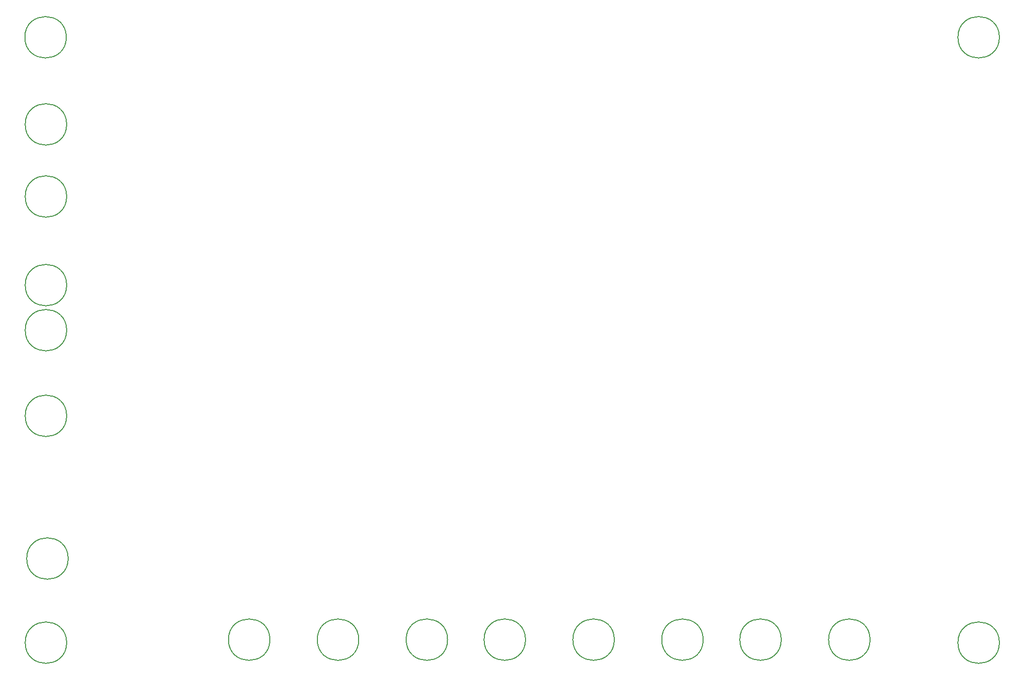
<source format=gbr>
%TF.GenerationSoftware,KiCad,Pcbnew,7.0.9*%
%TF.CreationDate,2024-04-09T00:12:48-04:00*%
%TF.ProjectId,RDL_revE4,52444c5f-7265-4764-9534-2e6b69636164,Rev E4*%
%TF.SameCoordinates,Original*%
%TF.FileFunction,Other,Comment*%
%FSLAX46Y46*%
G04 Gerber Fmt 4.6, Leading zero omitted, Abs format (unit mm)*
G04 Created by KiCad (PCBNEW 7.0.9) date 2024-04-09 00:12:48*
%MOMM*%
%LPD*%
G01*
G04 APERTURE LIST*
%ADD10C,0.150000*%
G04 APERTURE END LIST*
D10*
%TO.C,H7*%
X76652000Y-150876000D02*
G75*
G03*
X76652000Y-150876000I-3500000J0D01*
G01*
%TO.C,REF3*%
X234132000Y-150876000D02*
G75*
G03*
X234132000Y-150876000I-3500000J0D01*
G01*
%TO.C,REF14*%
X76652000Y-112522000D02*
G75*
G03*
X76652000Y-112522000I-3500000J0D01*
G01*
%TO.C,REF16*%
X76652000Y-90424000D02*
G75*
G03*
X76652000Y-90424000I-3500000J0D01*
G01*
%TO.C,REF17*%
X76652000Y-75438000D02*
G75*
G03*
X76652000Y-75438000I-3500000J0D01*
G01*
%TO.C,REF18*%
X76652000Y-63246000D02*
G75*
G03*
X76652000Y-63246000I-3500000J0D01*
G01*
%TO.C,REF15*%
X76652000Y-98044000D02*
G75*
G03*
X76652000Y-98044000I-3500000J0D01*
G01*
%TO.C,REF6*%
X184122000Y-150368000D02*
G75*
G03*
X184122000Y-150368000I-3500000J0D01*
G01*
%TO.C,REF5*%
X197302000Y-150368000D02*
G75*
G03*
X197302000Y-150368000I-3500000J0D01*
G01*
%TO.C,REF7*%
X169122000Y-150368000D02*
G75*
G03*
X169122000Y-150368000I-3500000J0D01*
G01*
%TO.C,REF8*%
X154122000Y-150368000D02*
G75*
G03*
X154122000Y-150368000I-3500000J0D01*
G01*
%TO.C,REF11*%
X110970000Y-150368000D02*
G75*
G03*
X110970000Y-150368000I-3500000J0D01*
G01*
%TO.C,REF4*%
X212302000Y-150368000D02*
G75*
G03*
X212302000Y-150368000I-3500000J0D01*
G01*
%TO.C,REF13*%
X76906000Y-136652000D02*
G75*
G03*
X76906000Y-136652000I-3500000J0D01*
G01*
%TO.C,REF10*%
X125970000Y-150368000D02*
G75*
G03*
X125970000Y-150368000I-3500000J0D01*
G01*
%TO.C,H51*%
X76592000Y-48514000D02*
G75*
G03*
X76592000Y-48514000I-3500000J0D01*
G01*
%TO.C,H6*%
X234132000Y-48514000D02*
G75*
G03*
X234132000Y-48514000I-3500000J0D01*
G01*
%TO.C,REF9*%
X140970000Y-150368000D02*
G75*
G03*
X140970000Y-150368000I-3500000J0D01*
G01*
%TD*%
M02*

</source>
